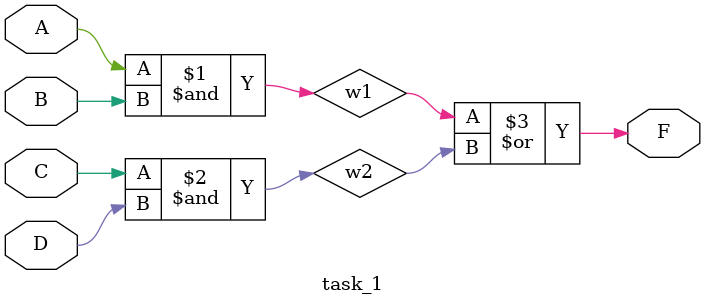
<source format=v>
module task_1(A, B, C, D, F);
   
   output F;
   input  A, B, C, D;
   wire   w1, w2;

   and G1(w1, A, B);
   and G2(w2, C, D);
   or  G3(F, w1, w2);

  endmodule
</source>
